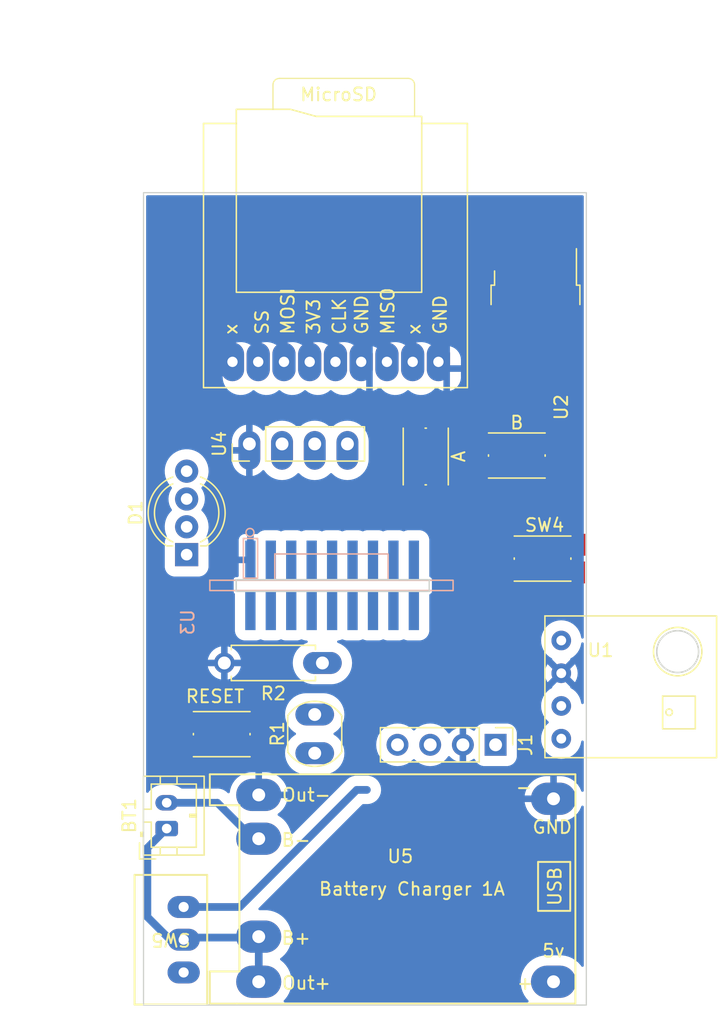
<source format=kicad_pcb>
(kicad_pcb (version 20211014) (generator pcbnew)
  (layers (0 "F.Cu" signal) (31 "B.Cu" signal) (34 "B.Paste" user) (35 "F.Paste" user) (36 "B.SilkS" user "B.Silkscreen") (37 "F.SilkS" user "F.Silkscreen") (38 "B.Mask" user) (39 "F.Mask" user) (44 "Edge.Cuts" user))
  (net 0 "")
  (net 1 "GND")
  (net 2 "+3V3")
  (net 3 "Net-(SW1-Pad2)")
  (net 4 "BUTTON-A")
  (net 5 "BUTTON-B")
  (net 6 "RX")
  (net 7 "TX")
  (net 8 "+5V")
  (net 9 "NEOPIXEL")
  (net 10 "Net-(SW4-Pad2)")
  (net 12 "Net-(R1-Pad2)")
  (net 13 "I2C_CLK")
  (net 14 "I2C_SDA")
  (net 15 "SPI_MISO")
  (net 16 "SPI_MOSI")
  (net 17 "SPI_CLK")
  (net 18 "SPI_SS")
  (net 19 "Net-(BT1-Pad1)")
  (net 20 "Net-(BT1-Pad2)")
  (net 22 "VBUS")
  (footprint "OptoDevice:R_LDR_5.0x4.1mm_P3mm_Vertical" (layer "F.Cu") (at 97.45 111.65 90)
    (fp_text reference "R1" (at 1.5 -2.9 90) (layer "F.SilkS"))
    (fp_text value "R_Photo")
    (fp_line (start 0.1 -2.1) (end 2.9 -2.1) (layer "F.SilkS") (width 0.12))
    (fp_line (start 0.1 2.1) (end 2.9 2.1) (layer "F.SilkS") (width 0.12))
    (fp_arc (start 2.9 -2.1) (mid 4.023872 0.008372) (end 2.886037 2.109242) (layer "F.SilkS") (width 0.12))
    (fp_arc (start 0.1 2.1) (mid -1.023872 -0.008372) (end 0.113963 -2.109242) (layer "F.SilkS") (width 0.12))
    (pad "1" thru_hole oval (at 0 0 180) (size 3 1.7) (drill 1) (layers *.Cu *.Mask) (net 2 "+3V3"))
    (pad "2" thru_hole oval (at 3 0 180) (size 3 1.7) (drill 1) (layers *.Cu *.Mask) (net 12 "Net-(R1-Pad2)"))
  )
  (footprint "tp4056:tp4056" (layer "F.Cu") (at 105 122.2 180)
    (fp_text reference "U5" (at 0.9 2.54) (layer "F.SilkS"))
    (fp_text value "tp4056")
    (fp_text user "-" (at -8.7 7.91) (layer "F.SilkS"))
    (fp_text user "+" (at -8.8 -7.29) (layer "F.SilkS"))
    (fp_text user "Out-" (at 8.2 7.31) (layer "F.SilkS"))
    (fp_text user "Out+" (at 8.2 -7.29) (layer "F.SilkS"))
    (fp_text user "5v" (at -11 -4.79) (layer "F.SilkS"))
    (fp_text user "GND" (at -10.9 4.81) (layer "F.SilkS"))
    (fp_text user "USB" (at -11.1 0.21 90) (layer "F.SilkS"))
    (fp_text user "Battery Charger 1A" (at 0 0.01) (layer "F.SilkS"))
    (fp_text user "B+" (at 9 -3.79) (layer "F.SilkS"))
    (fp_text user "B-" (at 9 3.81) (layer "F.SilkS"))
    (fp_line (start -12.7 -8.89) (end 13.6 -8.89) (layer "F.SilkS") (width 0.15))
    (fp_line (start 15.7 -8.89) (end 15.7 -6.39) (layer "F.SilkS") (width 0.15))
    (fp_line (start 15.7 -6.39) (end 13.4 -6.39) (layer "F.SilkS") (width 0.15))
    (fp_line (start -12.7 8.91) (end -12.7 -8.89) (layer "F.SilkS") (width 0.15))
    (fp_line (start -9.8 2.11) (end -12.3 2.11) (layer "F.SilkS") (width 0.15))
    (fp_line (start 13.4 -6.39) (end 13.4 6.51) (layer "F.SilkS") (width 0.15))
    (fp_line (start 13.4 6.51) (end 13.7 6.51) (layer "F.SilkS") (width 0.15))
    (fp_line (start -9.8 -1.69) (end -9.8 2.11) (layer "F.SilkS") (width 0.15))
    (fp_line (start 15.7 6.81) (end 15.7 8.91) (layer "F.SilkS") (width 0.15))
    (fp_line (start 15.7 8.91) (end -12.7 8.91) (layer "F.SilkS") (width 0.15))
    (fp_line (start 13.6 -8.89) (end 15.7 -8.89) (layer "F.SilkS") (width 0.15))
    (fp_line (start -12.3 -1.69) (end -9.8 -1.69) (layer "F.SilkS") (width 0.15))
    (fp_line (start 15.7 6.51) (end 15.7 6.81) (layer "F.SilkS") (width 0.15))
    (fp_line (start -12.3 2.11) (end -12.3 -1.59) (layer "F.SilkS") (width 0.15))
    (fp_line (start 13.6 6.51) (end 15.7 6.51) (layer "F.SilkS") (width 0.15))
    (pad "1" thru_hole oval (at -11 -7.19 180) (size 3.5 2.5) (drill 1) (layers *.Cu *.Mask) (net 22 "VBUS"))
    (pad "2" thru_hole oval (at -11 7.01 180) (size 3.5 2.5) (drill 1) (layers *.Cu *.Mask) (net 1 "GND"))
    (pad "3" thru_hole oval (at 11.9 -7.19 180) (size 3.5 2.5) (drill 1) (layers *.Cu *.Mask) (net 19 "Net-(BT1-Pad1)"))
    (pad "4" thru_hole oval (at 11.9 7.31 180) (size 3.5 2.5) (drill 1) (layers *.Cu *.Mask) (net 1 "GND"))
    (pad "5" thru_hole oval (at 11.9 -3.69 180) (size 3.5 2.5) (drill 1) (layers *.Cu *.Mask) (net 19 "Net-(BT1-Pad1)"))
    (pad "6" thru_hole oval (at 11.9 3.91 180) (size 3.5 2.5) (drill 1) (layers *.Cu *.Mask) (net 20 "Net-(BT1-Pad2)"))
  )
  (footprint "Connector_PinHeader_2.54mm:PinHeader_1x04_P2.54mm_Vertical" (layer "F.Cu") (at 92.37 87.65 90)
    (fp_text reference "U4" (at 0 -2.33 90) (layer "F.SilkS"))
    (fp_text value "TTL")
    (fp_line (start -1.33 -1.33) (end 0 -1.33) (layer "F.SilkS") (width 0.12))
    (fp_line (start -1.33 0) (end -1.33 -1.33) (layer "F.SilkS") (width 0.12))
    (fp_line (start -1.33 8.95) (end 1.33 8.95) (layer "F.SilkS") (width 0.12))
    (fp_line (start -1.33 1.27) (end 1.33 1.27) (layer "F.SilkS") (width 0.12))
    (fp_line (start 1.33 1.27) (end 1.33 8.95) (layer "F.SilkS") (width 0.12))
    (fp_line (start -1.33 1.27) (end -1.33 8.95) (layer "F.SilkS") (width 0.12))
    (pad "1" thru_hole oval (at 0 0 90) (size 3 1.7) (drill 1 (offset -0.5 0)) (layers *.Cu *.Mask) (net 1 "GND"))
    (pad "2" thru_hole oval (at 0 2.54 90) (size 3 1.7) (drill 1 (offset -0.5 0)) (layers *.Cu *.Mask) (net 7 "TX"))
    (pad "3" thru_hole oval (at 0 5.08 90) (size 3 1.7) (drill 1 (offset -0.5 0)) (layers *.Cu *.Mask) (net 6 "RX"))
    (pad "4" thru_hole oval (at 0 7.62 90) (size 3 1.7) (drill 1 (offset -0.5 0)) (layers *.Cu *.Mask) (net 2 "+3V3"))
  )
  (footprint "sd-card:sd-card" (layer "F.Cu") (at 99.06 81.28 90)
    (fp_text reference "J3" hide)
    (fp_text value "Micro_SD_Card" hide)
    (fp_text user "x" (at 2.032 6.096 90 unlocked) (layer "F.SilkS") (effects (justify left)))
    (fp_text user "GND" (at 2.032 2.032 90 unlocked) (layer "F.SilkS") (effects (justify left)))
    (fp_text user "SS" (at 2.032 -5.7 90 unlocked) (layer "F.SilkS") (effects (justify left)))
    (fp_text user "MOSI" (at 2.032 -3.7 90 unlocked) (layer "F.SilkS") (effects (justify left)))
    (fp_text user "3V3" (at 2.032 -1.7 90 unlocked) (layer "F.SilkS") (effects (justify left)))
    (fp_text user "CLK" (at 2.032 0.3 90 unlocked) (layer "F.SilkS") (effects (justify left)))
    (fp_text user "GND" (at 2.032 8.128 90 unlocked) (layer "F.SilkS") (effects (justify left)))
    (fp_text user "x" (at 2.032 -8.128 90 unlocked) (layer "F.SilkS") (effects (justify left)))
    (fp_text user "MISO" (at 2.032 4.064 90 unlocked) (layer "F.SilkS") (effects (justify left)))
    (fp_text user "MicroSD" (at 20.75 0.25 unlocked) (layer "F.SilkS"))
    (fp_line (start 18.5 -10.25) (end 18.5 -7.7) (layer "F.SilkS") (width 0.12))
    (fp_line (start -2 10.25) (end -2 -10.25) (layer "F.SilkS") (width 0.12))
    (fp_line (start 19.1 6.1464) (end 21.5 6.1464) (layer "F.SilkS") (width 0.1))
    (fp_line (start 18.5 10.25) (end -2 10.25) (layer "F.SilkS") (width 0.12))
    (fp_line (start 21.5 -4.8536) (end 19.6 -4.8536) (layer "F.SilkS") (width 0.1))
    (fp_line (start -2 -10.25) (end 18.5 -10.25) (layer "F.SilkS") (width 0.12))
    (fp_line (start 18.5 6.7) (end 18.5 10.25) (layer "F.SilkS") (width 0.12))
    (fp_line (start 22 -4.3536) (end 22 5.6464) (layer "F.SilkS") (width 0.1))
    (fp_arc (start 21.5 -4.8536) (mid 21.853553 -4.707153) (end 22 -4.3536) (layer "F.SilkS") (width 0.1))
    (fp_arc (start 22 5.6464) (mid 21.853553 5.999953) (end 21.5 6.1464) (layer "F.SilkS") (width 0.1))
    (fp_poly (pts (xy 19.6 -3.5) (xy 19.05 -1.5) (xy 19.05 6.7) (xy 5.4 6.7) (xy 5.4 -7.7) (xy 19.6 -7.7)) (layer "F.SilkS") (width 0.12) (fill none))
    (pad "1" thru_hole oval (at 0 -8 90) (size 3 1.8) (drill 0.8) (layers *.Cu *.Mask))
    (pad "2" thru_hole oval (at 0 -6 90) (size 3 1.8) (drill 0.8) (layers *.Cu *.Mask) (net 18 "SPI_SS"))
    (pad "3" thru_hole oval (at 0 -4 90) (size 3 1.8) (drill 0.8) (layers *.Cu *.Mask) (net 16 "SPI_MOSI"))
    (pad "4" thru_hole oval (at 0 -2 90) (size 3 1.8) (drill 0.8) (layers *.Cu *.Mask) (net 2 "+3V3"))
    (pad "5" thru_hole oval (at 0 0 90) (size 3 1.8) (drill 0.8) (layers *.Cu *.Mask) (net 17 "SPI_CLK"))
    (pad "6" thru_hole oval (at 0 2 90) (size 3 1.8) (drill 0.8) (layers *.Cu *.Mask) (net 1 "GND"))
    (pad "7" thru_hole oval (at 0 4 90) (size 3 1.8) (drill 0.8) (layers *.Cu *.Mask) (net 15 "SPI_MISO"))
    (pad "8" thru_hole oval (at 0 6 90) (size 3 1.8) (drill 0.8) (layers *.Cu *.Mask))
    (pad "9" thru_hole oval (at 0 8 90) (size 3 1.8) (drill 0.8) (layers *.Cu *.Mask) (net 1 "GND"))
  )
  (footprint "Button_Switch_SMD:SW_Push_1P1T_NO_Vertical_Wuerth_434133025816" (layer "F.Cu") (at 90.225 110.175)
    (fp_text reference "SW1" hide)
    (fp_text value "RESET" (at -0.52238 -2.931768) (layer "F.SilkS"))
    (fp_line (start -2.2 0.05) (end -2.2 -0.05) (layer "F.SilkS") (width 0.12))
    (fp_line (start 2.2 -1.75) (end -2.2 -1.75) (layer "F.SilkS") (width 0.12))
    (fp_line (start 2.2 0.05) (end 2.2 -0.05) (layer "F.SilkS") (width 0.12))
    (fp_line (start -2.2 1.75) (end 2.2 1.75) (layer "F.SilkS") (width 0.12))
    (pad "1" smd rect (at 2.075 -1.075) (size 2.5 1.7) (layers "F.Cu" "F.Paste" "F.Mask") (net 1 "GND"))
    (pad "1" smd rect (at -2.075 -1.075) (size 3 1.7) (layers "F.Cu" "F.Paste" "F.Mask") (net 1 "GND"))
    (pad "2" smd rect (at -2.075 1.075) (size 3 1.7) (layers "F.Cu" "F.Paste" "F.Mask") (net 3 "Net-(SW1-Pad2)"))
    (pad "2" smd rect (at 2.05 1.075) (size 2.5 1.7) (layers "F.Cu" "F.Paste" "F.Mask") (net 3 "Net-(SW1-Pad2)"))
  )
  (footprint "bme280:bme280" (layer "F.Cu") (at 116.6025 106.715)
    (fp_text reference "U1" (at 3.048 -3.048 unlocked) (layer "F.SilkS"))
    (fp_text value "bme280")
    (fp_rect (start -1.27 -5.715) (end 12.065 5.285) (layer "F.SilkS") (width 0.12) (fill none))
    (fp_rect (start 7.874 0.508) (end 10.414 3.048) (layer "F.SilkS") (width 0.12) (fill none))
    (fp_circle (center 8.381723 1.75763) (end 8.481156 1.524) (layer "F.SilkS") (width 0.12) (fill none))
    (fp_circle (center 9.043 -2.947) (end 10.92218 -2.947) (layer "F.SilkS") (width 0.12) (fill none))
    (fp_circle (center 9.043 -2.947) (end 10.668 -2.947) (layer "Edge.Cuts") (width 0.12) (fill none))
    (pad "1" thru_hole circle (at 0 -3.81) (size 1.524 1.524) (drill 0.762) (layers *.Cu *.Mask) (net 2 "+3V3"))
    (pad "2" thru_hole circle (at 0 -1.27) (size 1.524 1.524) (drill 0.762) (layers *.Cu *.Mask) (net 1 "GND"))
    (pad "3" thru_hole circle (at 0 1.27) (size 1.524 1.524) (drill 0.762) (layers *.Cu *.Mask) (net 13 "I2C_CLK"))
    (pad "4" thru_hole circle (at 0 3.81) (size 1.524 1.524) (drill 0.762) (layers *.Cu *.Mask) (net 14 "I2C_SDA"))
  )
  (footprint "Package_TO_SOT_SMD:TO-252-2" (layer "F.Cu") (at 114.6 77.8 -90)
    (fp_text reference "U2" (at 7 -2 90) (layer "F.SilkS"))
    (fp_text value "UA78M33_TO252")
    (fp_line (start -2.47 3.18) (end -3.57 3.18) (layer "F.SilkS") (width 0.12))
    (fp_line (start -2.47 3.45) (end -2.47 3.18) (layer "F.SilkS") (width 0.12))
    (fp_line (start -0.97 3.45) (end -2.47 3.45) (layer "F.SilkS") (width 0.12))
    (fp_line (start -0.97 -3.45) (end -2.47 -3.45) (layer "F.SilkS") (width 0.12))
    (fp_line (start -2.47 -3.18) (end -5.3 -3.18) (layer "F.SilkS") (width 0.12))
    (fp_line (start -2.47 -3.45) (end -2.47 -3.18) (layer "F.SilkS") (width 0.12))
    (pad "1" smd rect (at -4.2 -2.28 270) (size 3 2) (drill (offset -0.8 0)) (layers "F.Cu" "F.Paste" "F.Mask") (net 8 "+5V"))
    (pad "2" smd rect (at 2.1 0 270) (size 6.4 5.8) (layers "F.Cu" "F.Mask") (net 1 "GND"))
    (pad "3" smd rect (at -4.2 2.28 270) (size 3 2) (drill (offset -0.8 0)) (layers "F.Cu" "F.Paste" "F.Mask"))
  )
  (footprint "as12ap:as12ap" (layer "F.Cu") (at 87.266189 128.668321 180)
    (fp_text reference "SW5" (at 0.9906 2.54 180 unlocked) (layer "F.SilkS"))
    (fp_text value "POWER")
    (fp_line (start 3.81 -2.4892) (end -1.8288 -2.4892) (layer "F.SilkS") (width 0.1524))
    (fp_line (start -1.8288 -2.4892) (end -1.8288 7.5692) (layer "F.SilkS") (width 0.1524))
    (fp_line (start -1.8288 7.5692) (end 3.81 7.5692) (layer "F.SilkS") (width 0.1524))
    (fp_line (start 3.81 7.5692) (end 3.81 -2.4892) (layer "F.SilkS") (width 0.1524))
    (pad "1" thru_hole oval (at 0 0 180) (size 2.5 1.7) (drill 0.7874) (layers *.Cu *.Mask))
    (pad "2" thru_hole oval (at 0 2.54 180) (size 2.5 1.7) (drill 0.7874) (layers *.Cu *.Mask) (net 19 "Net-(BT1-Pad1)"))
    (pad "3" thru_hole oval (at 0 5.08 180) (size 2.5 1.7) (drill 0.7874) (layers *.Cu *.Mask) (net 8 "+5V"))
  )
  (footprint "Button_Switch_SMD:SW_Push_1P1T_NO_Vertical_Wuerth_434133025816" (layer "F.Cu") (at 106.075 88.625 90)
    (fp_text reference "SW2" hide)
    (fp_text value "A" (at 0 2.55 90) (layer "F.SilkS"))
    (fp_line (start -2.2 1.75) (end 2.2 1.75) (layer "F.SilkS") (width 0.12))
    (fp_line (start -2.2 0.05) (end -2.2 -0.05) (layer "F.SilkS") (width 0.12))
    (fp_line (start 2.2 0.05) (end 2.2 -0.05) (layer "F.SilkS") (width 0.12))
    (fp_line (start 2.2 -1.75) (end -2.2 -1.75) (layer "F.SilkS") (width 0.12))
    (pad "1" smd rect (at -2.075 -1.075 90) (size 2.5 1.7) (layers "F.Cu" "F.Paste" "F.Mask") (net 1 "GND"))
    (pad "1" smd rect (at 2.075 -1.075 90) (size 2.5 1.7) (layers "F.Cu" "F.Paste" "F.Mask") (net 1 "GND"))
    (pad "2" smd rect (at -2.075 1.075 90) (size 2.5 1.7) (layers "F.Cu" "F.Paste" "F.Mask") (net 4 "BUTTON-A"))
    (pad "2" smd rect (at 2.05 1.075 90) (size 2.5 1.7) (layers "F.Cu" "F.Paste" "F.Mask") (net 4 "BUTTON-A"))
  )
  (footprint "Button_Switch_SMD:SW_Push_1P1T_NO_Vertical_Wuerth_434133025816" (layer "F.Cu") (at 113.15 88.55 180)
    (fp_text reference "SW3" hide)
    (fp_text value "B" (at 0 2.55) (layer "F.SilkS"))
    (fp_line (start 2.2 0.05) (end 2.2 -0.05) (layer "F.SilkS") (width 0.12))
    (fp_line (start -2.2 0.05) (end -2.2 -0.05) (layer "F.SilkS") (width 0.12))
    (fp_line (start -2.2 1.75) (end 2.2 1.75) (layer "F.SilkS") (width 0.12))
    (fp_line (start 2.2 -1.75) (end -2.2 -1.75) (layer "F.SilkS") (width 0.12))
    (pad "1" smd rect (at 2.075 -1.075 180) (size 2.5 1.7) (layers "F.Cu" "F.Paste" "F.Mask") (net 1 "GND"))
    (pad "1" smd rect (at -2.075 -1.075 180) (size 2.5 1.7) (layers "F.Cu" "F.Paste" "F.Mask") (net 1 "GND"))
    (pad "2" smd rect (at 2.05 1.075 180) (size 2.5 1.7) (layers "F.Cu" "F.Paste" "F.Mask") (net 5 "BUTTON-B"))
    (pad "2" smd rect (at -2.075 1.075 180) (size 2.5 1.7) (layers "F.Cu" "F.Paste" "F.Mask") (net 5 "BUTTON-B"))
  )
  (footprint "Resistor_THT:R_Axial_DIN0207_L6.3mm_D2.5mm_P7.62mm_Horizontal" (layer "F.Cu") (at 98.0475 104.65 180)
    (fp_text reference "R2" (at 3.81 -2.37) (layer "F.SilkS"))
    (fp_text value "10k")
    (fp_line (start 7.08 -1.37) (end 7.08 -1.04) (layer "F.SilkS") (width 0.12))
    (fp_line (start 7.08 1.37) (end 7.08 1.04) (layer "F.SilkS") (width 0.12))
    (fp_line (start 0.54 -1.37) (end 7.08 -1.37) (layer "F.SilkS") (width 0.12))
    (fp_line (start 0.54 1.04) (end 0.54 1.37) (layer "F.SilkS") (width 0.12))
    (fp_line (start 0.54 1.37) (end 7.08 1.37) (layer "F.SilkS") (width 0.12))
    (fp_line (start 0.54 -1.04) (end 0.54 -1.37) (layer "F.SilkS") (width 0.12))
    (pad "1" thru_hole oval (at 0 0 180) (size 3 1.7) (drill 1) (layers *.Cu *.Mask) (net 12 "Net-(R1-Pad2)"))
    (pad "2" thru_hole oval (at 7.62 0 180) (size 1.6 1.6) (drill 1) (layers *.Cu *.Mask) (net 1 "GND"))
  )
  (footprint "LED_THT:LED_D5.0mm-4_RGB_Wide_Pins" (layer "F.Cu") (at 87.5 96.2415 90)
    (fp_text reference "D1" (at 3.2385 -3.96 90) (layer "F.SilkS"))
    (fp_text value "WS2812B")
    (fp_line (start 0.6785 1.08) (end 0.6785 1.545) (layer "F.SilkS") (width 0.12))
    (fp_line (start 0.6785 -1.545) (end 0.6785 -1.08) (layer "F.SilkS") (width 0.12))
    (fp_arc (start 5.492979 1.080429) (mid 3.238262 2.5) (end 0.983816 1.08) (layer "F.SilkS") (width 0.12))
    (fp_arc (start 0.983816 -1.08) (mid 3.238262 -2.5) (end 5.492979 -1.080429) (layer "F.SilkS") (width 0.12))
    (fp_arc (start 6.026315 1.080827) (mid 3.496956 2.978808) (end 0.6785 1.54483) (layer "F.SilkS") (width 0.12))
    (fp_arc (start 0.6785 -1.54483) (mid 3.496956 -2.978809) (end 6.026315 -1.080827) (layer "F.SilkS") (width 0.12))
    (pad "1" thru_hole rect (at 0 0 90) (size 1.8 1.8) (drill 0.9) (layers *.Cu *.Mask) (net 8 "+5V"))
    (pad "2" thru_hole circle (at 2.159 0 90) (size 1.8 1.8) (drill 0.9) (layers *.Cu *.Mask))
    (pad "3" thru_hole circle (at 4.318 0 90) (size 1.8 1.8) (drill 0.9) (layers *.Cu *.Mask) (net 1 "GND"))
    (pad "4" thru_hole circle (at 6.477 0 90) (size 1.8 1.8) (drill 0.9) (layers *.Cu *.Mask) (net 9 "NEOPIXEL"))
  )
  (footprint "Button_Switch_SMD:SW_Push_1P1T_NO_Vertical_Wuerth_434133025816" (layer "F.Cu") (at 115.15 96.55)
    (fp_text reference "SW4" (at 0.15 -2.6) (layer "F.SilkS"))
    (fp_text value "MODE")
    (fp_line (start 2.2 -1.75) (end -2.2 -1.75) (layer "F.SilkS") (width 0.12))
    (fp_line (start -2.2 0.05) (end -2.2 -0.05) (layer "F.SilkS") (width 0.12))
    (fp_line (start -2.2 1.75) (end 2.2 1.75) (layer "F.SilkS") (width 0.12))
    (fp_line (start 2.2 0.05) (end 2.2 -0.05) (layer "F.SilkS") (width 0.12))
    (pad "1" smd rect (at -2.075 -1.075) (size 2.5 1.7) (layers "F.Cu" "F.Paste" "F.Mask") (net 1 "GND"))
    (pad "1" smd rect (at 2.075 -1.075) (size 2.5 1.7) (layers "F.Cu" "F.Paste" "F.Mask") (net 1 "GND"))
    (pad "2" smd rect (at 2.05 1.075) (size 2.5 1.7) (layers "F.Cu" "F.Paste" "F.Mask") (net 10 "Net-(SW4-Pad2)"))
    (pad "2" smd rect (at -2.075 1.075) (size 2.5 1.7) (layers "F.Cu" "F.Paste" "F.Mask") (net 10 "Net-(SW4-Pad2)"))
  )
  (footprint "Connector_JST:JST_PH_B2B-PH-K_1x02_P2.00mm_Vertical" (layer "F.Cu") (at 85.95 117.5 90)
    (fp_text reference "BT1" (at 1 -2.9 90) (layer "F.SilkS"))
    (fp_text value "Battery_Cell")
    (fp_line (start 0.9 2.3) (end 0.9 1.8) (layer "F.SilkS") (width 0.12))
    (fp_line (start -2.06 2.91) (end 4.06 2.91) (layer "F.SilkS") (width 0.12))
    (fp_line (start -0.3 -1.91) (end -0.6 -1.91) (layer "F.SilkS") (width 0.12))
    (fp_line (start -2.36 -2.11) (end -2.36 -0.86) (layer "F.SilkS") (width 0.12))
    (fp_line (start 1.1 1.8) (end 1.1 2.3) (layer "F.SilkS") (width 0.12))
    (fp_line (start 0.9 1.8) (end 1.1 1.8) (layer "F.SilkS") (width 0.12))
    (fp_line (start 0.5 -1.2) (end -1.45 -1.2) (layer "F.SilkS") (width 0.12))
    (fp_line (start 1.5 -1.2) (end 1.5 -1.81) (layer "F.SilkS") (width 0.12))
    (fp_line (start 4.06 -1.81) (end -2.06 -1.81) (layer "F.SilkS") (width 0.12))
    (fp_line (start -0.3 -2.01) (end -0.6 -2.01) (layer "F.SilkS") (width 0.12))
    (fp_line (start -2.06 0.8) (end -1.45 0.8) (layer "F.SilkS") (width 0.12))
    (fp_line (start 0.5 -1.81) (end 0.5 -1.2) (layer "F.SilkS") (width 0.12))
    (fp_line (start 3.45 2.3) (end 3.45 -1.2) (layer "F.SilkS") (width 0.12))
    (fp_line (start 4.06 0.8) (end 3.45 0.8) (layer "F.SilkS") (width 0.12))
    (fp_line (start -0.6 -2.01) (end -0.6 -1.81) (layer "F.SilkS") (width 0.12))
    (fp_line (start 1 2.3) (end 1 1.8) (layer "F.SilkS") (width 0.12))
    (fp_line (start -1.11 -2.11) (end -2.36 -2.11) (layer "F.SilkS") (width 0.12))
    (fp_line (start -0.3 -1.81) (end -0.3 -2.01) (layer "F.SilkS") (width 0.12))
    (fp_line (start -2.06 -0.5) (end -1.45 -0.5) (layer "F.SilkS") (width 0.12))
    (fp_line (start -1.45 -1.2) (end -1.45 2.3) (layer "F.SilkS") (width 0.12))
    (fp_line (start 3.45 -1.2) (end 1.5 -1.2) (layer "F.SilkS") (width 0.12))
    (fp_line (start -2.06 -1.81) (end -2.06 2.91) (layer "F.SilkS") (width 0.12))
    (fp_line (start 4.06 2.91) (end 4.06 -1.81) (layer "F.SilkS") (width 0.12))
    (fp_line (start -1.45 2.3) (end 3.45 2.3) (layer "F.SilkS") (width 0.12))
    (fp_line (start 4.06 -0.5) (end 3.45 -0.5) (layer "F.SilkS") (width 0.12))
    (pad "1" thru_hole roundrect (at 0 0 90) (size 1.2 1.75) (drill 0.75) (layers *.Cu *.Mask) (roundrect_rratio 0.208333) (net 19 "Net-(BT1-Pad1)"))
    (pad "2" thru_hole oval (at 2 0 90) (size 1.2 1.75) (drill 0.75) (layers *.Cu *.Mask) (net 20 "Net-(BT1-Pad2)"))
  )
  (footprint "Connector_PinHeader_2.54mm:PinHeader_1x04_P2.54mm_Vertical" (layer "F.Cu") (at 111.5 111 -90)
    (fp_text reference "J1" (at 0 -2.33 90) (layer "F.SilkS"))
    (fp_text value "I2C")
    (fp_line (start -1.33 1.27) (end -1.33 8.95) (layer "F.SilkS") (width 0.12))
    (fp_line (start -1.33 8.95) (end 1.33 8.95) (layer "F.SilkS") (width 0.12))
    (fp_line (start -1.33 0) (end -1.33 -1.33) (layer "F.SilkS") (width 0.12))
    (fp_line (start -1.33 -1.33) (end 0 -1.33) (layer "F.SilkS") (width 0.12))
    (fp_line (start 1.33 1.27) (end 1.33 8.95) (layer "F.SilkS") (width 0.12))
    (fp_line (start -1.33 1.27) (end 1.33 1.27) (layer "F.SilkS") (width 0.12))
    (pad "1" thru_hole rect (at 0 0 270) (size 1.7 1.7) (drill 1) (layers *.Cu *.Mask) (net 2 "+3V3"))
    (pad "2" thru_hole oval (at 0 2.54 270) (size 1.7 1.7) (drill 1) (layers *.Cu *.Mask) (net 1 "GND"))
    (pad "3" thru_hole oval (at 0 5.08 270) (size 1.7 1.7) (drill 1) (layers *.Cu *.Mask) (net 13 "I2C_CLK"))
    (pad "4" thru_hole oval (at 0 7.62 270) (size 1.7 1.7) (drill 1) (layers *.Cu *.Mask) (net 14 "I2C_SDA"))
  )
  (footprint "esp-01m:esp-01m" (layer "B.Cu") (at 98.8 98.65 -90)
    (fp_text reference "U3" (at 2.838612 11.213332 -270 unlocked) (layer "B.SilkS") (effects (justify mirror)))
    (fp_text value "esp-01m")
    (fp_rect (start -0.42 9.5) (end 0.38 -9.4) (layer "B.SilkS") (width 0.12) (fill none))
    (fp_rect (start -2.46 4.45) (end -0.46 -4.35) (layer "B.SilkS") (width 0.12) (fill none))
    (fp_rect (start -3.66 6.89) (end -0.58 5.79) (layer "B.SilkS") (width 0.12) (fill none))
    (fp_circle (center -4.13 6.38) (end -4.44 6.41) (layer "B.SilkS") (width 0.12) (fill none))
    (fp_rect (start -0.46 7.45) (end 0.44 -7.55) (layer "Edge.Cuts") (width 0.12) (fill none))
    (pad "1" smd rect (at -2 6.35 270) (size 3 0.8) (layers "B.Cu" "B.Paste" "B.Mask") (net 1 "GND"))
    (pad "2" smd rect (at -2 4.7625 270) (size 3 0.8) (layers "B.Cu" "B.Paste" "B.Mask") (net 2 "+3V3"))
    (pad "3" smd rect (at -2 3.175 270) (size 3 0.8) (layers "B.Cu" "B.Paste" "B.Mask") (net 7 "TX"))
    (pad "4" smd rect (at -2 1.5875 270) (size 3 0.8) (layers "B.Cu" "B.Paste" "B.Mask") (net 6 "RX"))
    (pad "5" smd rect (at -2 0 270) (size 3 0.8) (layers "B.Cu" "B.Paste" "B.Mask") (net 9 "NEOPIXEL"))
    (pad "6" smd rect (at -2 -1.5875 270) (size 3 0.8) (layers "B.Cu" "B.Paste" "B.Mask") (net 4 "BUTTON-A"))
    (pad "7" smd rect (at -2 -3.175 270) (size 3 0.8) (layers "B.Cu" "B.Paste" "B.Mask") (net 5 "BUTTON-B"))
    (pad "8" smd rect (at -2 -4.7625 270) (size 3 0.8) (layers "B.Cu" "B.Paste" "B.Mask") (net 10 "Net-(SW4-Pad2)"))
    (pad "9" smd rect (at -2 -6.35 270) (size 3 0.8) (layers "B.Cu" "B.Paste" "B.Mask") (net 2 "+3V3"))
    (pad "10" smd rect (at 1.95 -6.35 270) (size 3 0.8) (layers "B.Cu" "B.Paste" "B.Mask") (net 13 "I2C_CLK"))
    (pad "11" smd rect (at 1.95 -4.7625 270) (size 3 0.8) (layers "B.Cu" "B.Paste" "B.Mask") (net 14 "I2C_SDA"))
    (pad "12" smd rect (at 1.95 -3.175 270) (size 3 0.8) (layers "B.Cu" "B.Paste" "B.Mask") (net 15 "SPI_MISO"))
    (pad "13" smd rect (at 1.95 -1.5875 270) (size 3 0.8) (layers "B.Cu" "B.Paste" "B.Mask") (net 16 "SPI_MOSI"))
    (pad "14" smd rect (at 1.95 0 270) (size 3 0.8) (layers "B.Cu" "B.Paste" "B.Mask") (net 17 "SPI_CLK"))
    (pad "15" smd rect (at 1.95 1.5875 270) (size 3 0.8) (layers "B.Cu" "B.Paste" "B.Mask") (net 18 "SPI_SS"))
    (pad "16" smd rect (at 1.95 3.175 270) (size 3 0.8) (layers "B.Cu" "B.Paste" "B.Mask") (net 12 "Net-(R1-Pad2)"))
    (pad "17" smd rect (at 1.95 4.7625 270) (size 3 0.8) (layers "B.Cu" "B.Paste" "B.Mask") (net 3 "Net-(SW1-Pad2)"))
    (pad "18" smd rect (at 1.95 6.35 270) (size 3 0.8) (layers "B.Cu" "B.Paste" "B.Mask") (net 3 "Net-(SW1-Pad2)"))
  )
  (gr_rect (start 84.15 68.15) (end 118.55 131.2) (layer "Edge.Cuts") (width 0.1) (fill none))
  (segment (start 100.713402 114.5) (end 101.5 114.5) (width 0.6) (layer "B.Cu") (net 8))
  (segment (start 87.266189 123.588321) (end 91.625081 123.588321) (width 0.6) (layer "B.Cu") (net 8))
  (segment (start 91.625081 123.588321) (end 100.713402 114.5) (width 0.6) (layer "B.Cu") (net 8))
  (segment (start 92.71 125.5) (end 93.1 125.89) (width 0.6) (layer "B.Cu") (net 19))
  (segment (start 84.45 124.362132) (end 84.45 119) (width 0.6) (layer "B.Cu") (net 19))
  (segment (start 86.216189 126.128321) (end 84.45 124.362132) (width 0.6) (layer "B.Cu") (net 19))
  (segment (start 93.1 125.89) (end 93.1 129.39) (width 0.6) (layer "B.Cu") (net 19))
  (segment (start 93.03 125.96) (end 93.1 125.89) (width 0.6) (layer "B.Cu") (net 19))
  (segment (start 88 125.96) (end 93.03 125.96) (width 0.6) (layer "B.Cu") (net 19))
  (segment (start 87.266189 126.128321) (end 86.216189 126.128321) (width 0.6) (layer "B.Cu") (net 19))
  (segment (start 84.45 119) (end 85.95 117.5) (width 0.6) (layer "B.Cu") (net 19))
  (segment (start 92.676598 118.29) (end 93.1 118.29) (width 0.6) (layer "B.Cu") (net 20))
  (segment (start 89.886598 115.5) (end 92.676598 118.29) (width 0.6) (layer "B.Cu") (net 20))
  (segment (start 85.95 115.5) (end 89.886598 115.5) (width 0.6) (layer "B.Cu") (net 20))
  (zone locked (net 1) (net_name "GND") (layer "B.Cu") (connect_pads (clearance 0.2)) (min_thickness 0.2) (fill yes (thermal_gap 0.508) (thermal_bridge_width 0.508))
    (polygon (pts (xy 128.8 132.69) (xy 73 132.69) (xy 73 65) (xy 128.8 65)))
  )
)
</source>
